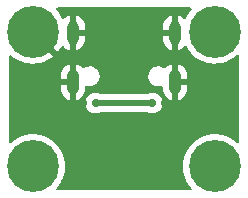
<source format=gbl>
%TF.GenerationSoftware,KiCad,Pcbnew,(6.0.5)*%
%TF.CreationDate,2022-07-11T10:01:00-06:00*%
%TF.ProjectId,usbc-daughter-board,75736263-2d64-4617-9567-687465722d62,1.0*%
%TF.SameCoordinates,Original*%
%TF.FileFunction,Copper,L2,Bot*%
%TF.FilePolarity,Positive*%
%FSLAX46Y46*%
G04 Gerber Fmt 4.6, Leading zero omitted, Abs format (unit mm)*
G04 Created by KiCad (PCBNEW (6.0.5)) date 2022-07-11 10:01:00*
%MOMM*%
%LPD*%
G01*
G04 APERTURE LIST*
%TA.AperFunction,ComponentPad*%
%ADD10C,4.400000*%
%TD*%
%TA.AperFunction,ComponentPad*%
%ADD11O,1.050000X2.100000*%
%TD*%
%TA.AperFunction,ComponentPad*%
%ADD12O,1.000000X2.000000*%
%TD*%
%TA.AperFunction,ViaPad*%
%ADD13C,0.700000*%
%TD*%
%TA.AperFunction,Conductor*%
%ADD14C,0.500000*%
%TD*%
G04 APERTURE END LIST*
D10*
%TO.P,H3,1,1*%
%TO.N,unconnected-(H3-Pad1)*%
X16600000Y-27850000D03*
%TD*%
%TO.P,H1,1,1*%
%TO.N,GNDPWR*%
X16600000Y-16450000D03*
%TD*%
%TO.P,H4,1,1*%
%TO.N,unconnected-(H4-Pad1)*%
X32000000Y-27850000D03*
%TD*%
%TO.P,H2,1,1*%
%TO.N,unconnected-(H2-Pad1)*%
X32000000Y-16450000D03*
%TD*%
D11*
%TO.P,J1,S1,SHELL_GND*%
%TO.N,GNDPWR*%
X28620000Y-20730000D03*
D12*
%TO.P,J1,S2,SHELL_GND*%
X28620000Y-16550000D03*
%TO.P,J1,S3,SHELL_GND*%
X19980000Y-16550000D03*
D11*
%TO.P,J1,S4,SHELL_GND*%
X19980000Y-20730000D03*
%TD*%
D13*
%TO.N,GNDPWR*%
X20800000Y-22500000D03*
X27800000Y-22500000D03*
%TO.N,/CON_VBUS*%
X21900000Y-22500000D03*
X26700000Y-22500000D03*
%TD*%
D14*
%TO.N,/CON_VBUS*%
X26700000Y-22500000D02*
X21900000Y-22500000D01*
%TD*%
%TA.AperFunction,Conductor*%
%TO.N,GNDPWR*%
G36*
X29973455Y-14428502D02*
G01*
X30019948Y-14482158D01*
X30030052Y-14552432D01*
X30000558Y-14617012D01*
X29993738Y-14624281D01*
X29983513Y-14634347D01*
X29779991Y-14889751D01*
X29608626Y-15167757D01*
X29607037Y-15171204D01*
X29545687Y-15304282D01*
X29499003Y-15357772D01*
X29430811Y-15377530D01*
X29362762Y-15357285D01*
X29341854Y-15340314D01*
X29333958Y-15332362D01*
X29191144Y-15214216D01*
X29180973Y-15207356D01*
X29017924Y-15119196D01*
X29006619Y-15114444D01*
X28891308Y-15078750D01*
X28877205Y-15078544D01*
X28874000Y-15085299D01*
X28874000Y-18007924D01*
X28877973Y-18021455D01*
X28885768Y-18022575D01*
X28993521Y-17990862D01*
X29004889Y-17986269D01*
X29169154Y-17900393D01*
X29179415Y-17893679D01*
X29323873Y-17777532D01*
X29332632Y-17768954D01*
X29394836Y-17694823D01*
X29453946Y-17655496D01*
X29524934Y-17654370D01*
X29585261Y-17691801D01*
X29599979Y-17711959D01*
X29747802Y-17963414D01*
X29750103Y-17966429D01*
X29943631Y-18220012D01*
X29943636Y-18220017D01*
X29945931Y-18223025D01*
X30007931Y-18286670D01*
X30168852Y-18451859D01*
X30173814Y-18456953D01*
X30273811Y-18537496D01*
X30425196Y-18659431D01*
X30425201Y-18659435D01*
X30428149Y-18661809D01*
X30705253Y-18834627D01*
X31001112Y-18972903D01*
X31311440Y-19074634D01*
X31631742Y-19138346D01*
X31635514Y-19138633D01*
X31635522Y-19138634D01*
X31953602Y-19162829D01*
X31953607Y-19162829D01*
X31957379Y-19163116D01*
X32283633Y-19148586D01*
X32343425Y-19138634D01*
X32602037Y-19095590D01*
X32602042Y-19095589D01*
X32605778Y-19094967D01*
X32919149Y-19003034D01*
X32922616Y-19001544D01*
X32922620Y-19001543D01*
X33215721Y-18875616D01*
X33215723Y-18875615D01*
X33219205Y-18874119D01*
X33501601Y-18710091D01*
X33730226Y-18537496D01*
X33759221Y-18515607D01*
X33759222Y-18515606D01*
X33762245Y-18513324D01*
X33810749Y-18466566D01*
X33828454Y-18449499D01*
X33891379Y-18416622D01*
X33962090Y-18422984D01*
X34018136Y-18466566D01*
X34041901Y-18540217D01*
X34041740Y-22252517D01*
X34041589Y-25756479D01*
X34021584Y-25824599D01*
X33967926Y-25871090D01*
X33897652Y-25881191D01*
X33833072Y-25851695D01*
X33826261Y-25845336D01*
X33807742Y-25826720D01*
X33805070Y-25824034D01*
X33548603Y-25621852D01*
X33269705Y-25451945D01*
X33266261Y-25450379D01*
X33266257Y-25450377D01*
X33155667Y-25400095D01*
X32972414Y-25316775D01*
X32661037Y-25218300D01*
X32443492Y-25177390D01*
X32343809Y-25158645D01*
X32343807Y-25158645D01*
X32340086Y-25157945D01*
X32014208Y-25136586D01*
X32010428Y-25136794D01*
X32010427Y-25136794D01*
X31912897Y-25142162D01*
X31688124Y-25154532D01*
X31684397Y-25155193D01*
X31684393Y-25155193D01*
X31527340Y-25183027D01*
X31366557Y-25211522D01*
X31362941Y-25212624D01*
X31362933Y-25212626D01*
X31057789Y-25305627D01*
X31054167Y-25306731D01*
X30755477Y-25438781D01*
X30730041Y-25453914D01*
X30478074Y-25603817D01*
X30478068Y-25603821D01*
X30474814Y-25605757D01*
X30216244Y-25805243D01*
X29983513Y-26034347D01*
X29981149Y-26037314D01*
X29981146Y-26037317D01*
X29964220Y-26058558D01*
X29779991Y-26289751D01*
X29608626Y-26567757D01*
X29471902Y-26864336D01*
X29470741Y-26867940D01*
X29470741Y-26867941D01*
X29462196Y-26894477D01*
X29371797Y-27175192D01*
X29371079Y-27178903D01*
X29371078Y-27178907D01*
X29310482Y-27492105D01*
X29310481Y-27492114D01*
X29309763Y-27495824D01*
X29309496Y-27499600D01*
X29309495Y-27499605D01*
X29286966Y-27817796D01*
X29286698Y-27821585D01*
X29302936Y-28147759D01*
X29303577Y-28151490D01*
X29303578Y-28151498D01*
X29318109Y-28236060D01*
X29358241Y-28469619D01*
X29359329Y-28473258D01*
X29359330Y-28473261D01*
X29363371Y-28486771D01*
X29451814Y-28782504D01*
X29582297Y-29081881D01*
X29584220Y-29085152D01*
X29584222Y-29085156D01*
X29626584Y-29157215D01*
X29747802Y-29363414D01*
X29750103Y-29366429D01*
X29943631Y-29620012D01*
X29943636Y-29620017D01*
X29945931Y-29623025D01*
X29948569Y-29625733D01*
X29948582Y-29625748D01*
X29999074Y-29677579D01*
X30032281Y-29740331D01*
X30026289Y-29811074D01*
X29983002Y-29867348D01*
X29916163Y-29891286D01*
X29908820Y-29891500D01*
X18695661Y-29891500D01*
X18627540Y-29871498D01*
X18581047Y-29817842D01*
X18570943Y-29747568D01*
X18597949Y-29685950D01*
X18801155Y-29436351D01*
X18801158Y-29436347D01*
X18803549Y-29433410D01*
X18977815Y-29157215D01*
X19006954Y-29095711D01*
X19116009Y-28865522D01*
X19117638Y-28862084D01*
X19118840Y-28858482D01*
X19219790Y-28555897D01*
X19219792Y-28555891D01*
X19220992Y-28552293D01*
X19286381Y-28232329D01*
X19291440Y-28170139D01*
X19312674Y-27909061D01*
X19312856Y-27906826D01*
X19313451Y-27850000D01*
X19311510Y-27817796D01*
X19294026Y-27527793D01*
X19294026Y-27527789D01*
X19293798Y-27524015D01*
X19288650Y-27495824D01*
X19235805Y-27206473D01*
X19235804Y-27206469D01*
X19235125Y-27202751D01*
X19227722Y-27178907D01*
X19139404Y-26894477D01*
X19138282Y-26890863D01*
X19004670Y-26592869D01*
X18836226Y-26313084D01*
X18833899Y-26310100D01*
X18833894Y-26310093D01*
X18637726Y-26058558D01*
X18637724Y-26058556D01*
X18635390Y-26055563D01*
X18405070Y-25824034D01*
X18148603Y-25621852D01*
X17869705Y-25451945D01*
X17866261Y-25450379D01*
X17866257Y-25450377D01*
X17755667Y-25400095D01*
X17572414Y-25316775D01*
X17261037Y-25218300D01*
X17043492Y-25177390D01*
X16943809Y-25158645D01*
X16943807Y-25158645D01*
X16940086Y-25157945D01*
X16614208Y-25136586D01*
X16610428Y-25136794D01*
X16610427Y-25136794D01*
X16512897Y-25142162D01*
X16288124Y-25154532D01*
X16284397Y-25155193D01*
X16284393Y-25155193D01*
X16127340Y-25183027D01*
X15966557Y-25211522D01*
X15962941Y-25212624D01*
X15962933Y-25212626D01*
X15657789Y-25305627D01*
X15654167Y-25306731D01*
X15355477Y-25438781D01*
X15330041Y-25453914D01*
X15078074Y-25603817D01*
X15078068Y-25603821D01*
X15074814Y-25605757D01*
X14816244Y-25805243D01*
X14772892Y-25847920D01*
X14710315Y-25881453D01*
X14639541Y-25875832D01*
X14583042Y-25832840D01*
X14558754Y-25766127D01*
X14558500Y-25758126D01*
X14558500Y-22500000D01*
X21036771Y-22500000D01*
X21055635Y-22679475D01*
X21111401Y-22851107D01*
X21201633Y-23007393D01*
X21322387Y-23141504D01*
X21468385Y-23247578D01*
X21474413Y-23250262D01*
X21474415Y-23250263D01*
X21492916Y-23258500D01*
X21633248Y-23320980D01*
X21721508Y-23339740D01*
X21803311Y-23357128D01*
X21803315Y-23357128D01*
X21809768Y-23358500D01*
X21990232Y-23358500D01*
X21996685Y-23357128D01*
X21996689Y-23357128D01*
X22078492Y-23339740D01*
X22166752Y-23320980D01*
X22282618Y-23269393D01*
X22333867Y-23258500D01*
X26266133Y-23258500D01*
X26317382Y-23269393D01*
X26433248Y-23320980D01*
X26521508Y-23339740D01*
X26603311Y-23357128D01*
X26603315Y-23357128D01*
X26609768Y-23358500D01*
X26790232Y-23358500D01*
X26796685Y-23357128D01*
X26796689Y-23357128D01*
X26878492Y-23339740D01*
X26966752Y-23320980D01*
X27107084Y-23258500D01*
X27125585Y-23250263D01*
X27125587Y-23250262D01*
X27131615Y-23247578D01*
X27277613Y-23141504D01*
X27398367Y-23007393D01*
X27488599Y-22851107D01*
X27544365Y-22679475D01*
X27563229Y-22500000D01*
X27544365Y-22320525D01*
X27488599Y-22148893D01*
X27398367Y-21992607D01*
X27277613Y-21858496D01*
X27131615Y-21752422D01*
X27125587Y-21749738D01*
X27125585Y-21749737D01*
X26972783Y-21681705D01*
X26972781Y-21681705D01*
X26966752Y-21679020D01*
X26868038Y-21658038D01*
X26796689Y-21642872D01*
X26796685Y-21642872D01*
X26790232Y-21641500D01*
X26609768Y-21641500D01*
X26603315Y-21642872D01*
X26603311Y-21642872D01*
X26531962Y-21658038D01*
X26433248Y-21679020D01*
X26427219Y-21681704D01*
X26427217Y-21681705D01*
X26317383Y-21730607D01*
X26266134Y-21741500D01*
X22333867Y-21741500D01*
X22282618Y-21730607D01*
X22172783Y-21681705D01*
X22172781Y-21681705D01*
X22166752Y-21679020D01*
X22068038Y-21658038D01*
X21996689Y-21642872D01*
X21996685Y-21642872D01*
X21990232Y-21641500D01*
X21809768Y-21641500D01*
X21803315Y-21642872D01*
X21803311Y-21642872D01*
X21731962Y-21658038D01*
X21633248Y-21679020D01*
X21627219Y-21681704D01*
X21627217Y-21681705D01*
X21474416Y-21749737D01*
X21474414Y-21749738D01*
X21468386Y-21752422D01*
X21463045Y-21756302D01*
X21463044Y-21756303D01*
X21327731Y-21854613D01*
X21327729Y-21854615D01*
X21322387Y-21858496D01*
X21201633Y-21992607D01*
X21111401Y-22148893D01*
X21055635Y-22320525D01*
X21036771Y-22500000D01*
X14558500Y-22500000D01*
X14558500Y-21302890D01*
X18947000Y-21302890D01*
X18947300Y-21309035D01*
X18961170Y-21450481D01*
X18963553Y-21462519D01*
X19018542Y-21644651D01*
X19023217Y-21655993D01*
X19112535Y-21823977D01*
X19119322Y-21834193D01*
X19239572Y-21981634D01*
X19248216Y-21990338D01*
X19394809Y-22111610D01*
X19404980Y-22118470D01*
X19572342Y-22208962D01*
X19583647Y-22213714D01*
X19708692Y-22252422D01*
X19722795Y-22252628D01*
X19726000Y-22245873D01*
X19726000Y-22238986D01*
X20234000Y-22238986D01*
X20237973Y-22252517D01*
X20245768Y-22253637D01*
X20362932Y-22219154D01*
X20374300Y-22214561D01*
X20542911Y-22126414D01*
X20553173Y-22119698D01*
X20701443Y-22000485D01*
X20710213Y-21991897D01*
X20832499Y-21846162D01*
X20839437Y-21836031D01*
X20931094Y-21669308D01*
X20935924Y-21658038D01*
X20993452Y-21476685D01*
X20996002Y-21464691D01*
X21012607Y-21316650D01*
X21013000Y-21309626D01*
X21013000Y-21152614D01*
X21033002Y-21084493D01*
X21086658Y-21038000D01*
X21156932Y-21027896D01*
X21166486Y-21029649D01*
X21311494Y-21062062D01*
X21311501Y-21062063D01*
X21316543Y-21063190D01*
X21322088Y-21063500D01*
X21455244Y-21063500D01*
X21590037Y-21048857D01*
X21728927Y-21002115D01*
X21755204Y-20993272D01*
X21755206Y-20993271D01*
X21761675Y-20991094D01*
X21916905Y-20897823D01*
X21921862Y-20893135D01*
X21921865Y-20893133D01*
X22043527Y-20778082D01*
X22043529Y-20778080D01*
X22048485Y-20773393D01*
X22052317Y-20767755D01*
X22052320Y-20767751D01*
X22146442Y-20629255D01*
X22150277Y-20623612D01*
X22217530Y-20455466D01*
X22218644Y-20448738D01*
X22218645Y-20448734D01*
X22245993Y-20283539D01*
X22245993Y-20283536D01*
X22247108Y-20276802D01*
X22242203Y-20183198D01*
X26352892Y-20183198D01*
X26353249Y-20190015D01*
X26353249Y-20190019D01*
X26358151Y-20283539D01*
X26362370Y-20364047D01*
X26364181Y-20370620D01*
X26364181Y-20370623D01*
X26393207Y-20476000D01*
X26410461Y-20538641D01*
X26494922Y-20698836D01*
X26499327Y-20704049D01*
X26499330Y-20704053D01*
X26607406Y-20831943D01*
X26607410Y-20831947D01*
X26611813Y-20837157D01*
X26617237Y-20841304D01*
X26617238Y-20841305D01*
X26750257Y-20943006D01*
X26750261Y-20943009D01*
X26755678Y-20947150D01*
X26838287Y-20985671D01*
X26913631Y-21020805D01*
X26913634Y-21020806D01*
X26919808Y-21023685D01*
X26926456Y-21025171D01*
X26926459Y-21025172D01*
X27032421Y-21048857D01*
X27096543Y-21063190D01*
X27102088Y-21063500D01*
X27235244Y-21063500D01*
X27370037Y-21048857D01*
X27376502Y-21046681D01*
X27376508Y-21046680D01*
X27420812Y-21031770D01*
X27491754Y-21029000D01*
X27552933Y-21065024D01*
X27584923Y-21128405D01*
X27587000Y-21151189D01*
X27587000Y-21302890D01*
X27587300Y-21309035D01*
X27601170Y-21450481D01*
X27603553Y-21462519D01*
X27658542Y-21644651D01*
X27663217Y-21655993D01*
X27752535Y-21823977D01*
X27759322Y-21834193D01*
X27879572Y-21981634D01*
X27888216Y-21990338D01*
X28034809Y-22111610D01*
X28044980Y-22118470D01*
X28212342Y-22208962D01*
X28223647Y-22213714D01*
X28348692Y-22252422D01*
X28362795Y-22252628D01*
X28366000Y-22245873D01*
X28366000Y-22238986D01*
X28874000Y-22238986D01*
X28877973Y-22252517D01*
X28885768Y-22253637D01*
X29002932Y-22219154D01*
X29014300Y-22214561D01*
X29182911Y-22126414D01*
X29193173Y-22119698D01*
X29341443Y-22000485D01*
X29350213Y-21991897D01*
X29472499Y-21846162D01*
X29479437Y-21836031D01*
X29571094Y-21669308D01*
X29575924Y-21658038D01*
X29633452Y-21476685D01*
X29636002Y-21464691D01*
X29652607Y-21316650D01*
X29653000Y-21309626D01*
X29653000Y-21002115D01*
X29648525Y-20986876D01*
X29647135Y-20985671D01*
X29639452Y-20984000D01*
X28892115Y-20984000D01*
X28876876Y-20988475D01*
X28875671Y-20989865D01*
X28874000Y-20997548D01*
X28874000Y-22238986D01*
X28366000Y-22238986D01*
X28366000Y-20457885D01*
X28874000Y-20457885D01*
X28878475Y-20473124D01*
X28879865Y-20474329D01*
X28887548Y-20476000D01*
X29634885Y-20476000D01*
X29650124Y-20471525D01*
X29651329Y-20470135D01*
X29653000Y-20462452D01*
X29653000Y-20157110D01*
X29652700Y-20150965D01*
X29638830Y-20009519D01*
X29636447Y-19997481D01*
X29581458Y-19815349D01*
X29576783Y-19804007D01*
X29487465Y-19636023D01*
X29480678Y-19625807D01*
X29360428Y-19478366D01*
X29351784Y-19469662D01*
X29205191Y-19348390D01*
X29195020Y-19341530D01*
X29027658Y-19251038D01*
X29016353Y-19246286D01*
X28891308Y-19207578D01*
X28877205Y-19207372D01*
X28874000Y-19214127D01*
X28874000Y-20457885D01*
X28366000Y-20457885D01*
X28366000Y-19221014D01*
X28362027Y-19207483D01*
X28354232Y-19206363D01*
X28237068Y-19240846D01*
X28225700Y-19245439D01*
X28057089Y-19333586D01*
X28046827Y-19340302D01*
X27898557Y-19459515D01*
X27889791Y-19468099D01*
X27840562Y-19526767D01*
X27781452Y-19566093D01*
X27710464Y-19567219D01*
X27667515Y-19545873D01*
X27624322Y-19512850D01*
X27509945Y-19459515D01*
X27466369Y-19439195D01*
X27466366Y-19439194D01*
X27460192Y-19436315D01*
X27453544Y-19434829D01*
X27453541Y-19434828D01*
X27288494Y-19397936D01*
X27288495Y-19397936D01*
X27283457Y-19396810D01*
X27277912Y-19396500D01*
X27144756Y-19396500D01*
X27009963Y-19411143D01*
X26926609Y-19439195D01*
X26844796Y-19466728D01*
X26844794Y-19466729D01*
X26838325Y-19468906D01*
X26683095Y-19562177D01*
X26678138Y-19566865D01*
X26678135Y-19566867D01*
X26556473Y-19681918D01*
X26551515Y-19686607D01*
X26547683Y-19692245D01*
X26547680Y-19692249D01*
X26496740Y-19767205D01*
X26449723Y-19836388D01*
X26382470Y-20004534D01*
X26381356Y-20011262D01*
X26381355Y-20011266D01*
X26359489Y-20143350D01*
X26352892Y-20183198D01*
X22242203Y-20183198D01*
X22237987Y-20102766D01*
X22237630Y-20095953D01*
X22214304Y-20011266D01*
X22191352Y-19927941D01*
X22189539Y-19921359D01*
X22105078Y-19761164D01*
X22100673Y-19755951D01*
X22100670Y-19755947D01*
X21992594Y-19628057D01*
X21992590Y-19628053D01*
X21988187Y-19622843D01*
X21976409Y-19613838D01*
X21849743Y-19516994D01*
X21849739Y-19516991D01*
X21844322Y-19512850D01*
X21729945Y-19459515D01*
X21686369Y-19439195D01*
X21686366Y-19439194D01*
X21680192Y-19436315D01*
X21673544Y-19434829D01*
X21673541Y-19434828D01*
X21508494Y-19397936D01*
X21508495Y-19397936D01*
X21503457Y-19396810D01*
X21497912Y-19396500D01*
X21364756Y-19396500D01*
X21229963Y-19411143D01*
X21146609Y-19439195D01*
X21064796Y-19466728D01*
X21064794Y-19466729D01*
X21058325Y-19468906D01*
X20919929Y-19552062D01*
X20851240Y-19570001D01*
X20783753Y-19547955D01*
X20757395Y-19523693D01*
X20720427Y-19478365D01*
X20711788Y-19469666D01*
X20565191Y-19348390D01*
X20555020Y-19341530D01*
X20387658Y-19251038D01*
X20376353Y-19246286D01*
X20251308Y-19207578D01*
X20237205Y-19207372D01*
X20234000Y-19214127D01*
X20234000Y-22238986D01*
X19726000Y-22238986D01*
X19726000Y-21002115D01*
X19721525Y-20986876D01*
X19720135Y-20985671D01*
X19712452Y-20984000D01*
X18965115Y-20984000D01*
X18949876Y-20988475D01*
X18948671Y-20989865D01*
X18947000Y-20997548D01*
X18947000Y-21302890D01*
X14558500Y-21302890D01*
X14558500Y-20457885D01*
X18947000Y-20457885D01*
X18951475Y-20473124D01*
X18952865Y-20474329D01*
X18960548Y-20476000D01*
X19707885Y-20476000D01*
X19723124Y-20471525D01*
X19724329Y-20470135D01*
X19726000Y-20462452D01*
X19726000Y-19221014D01*
X19722027Y-19207483D01*
X19714232Y-19206363D01*
X19597068Y-19240846D01*
X19585700Y-19245439D01*
X19417089Y-19333586D01*
X19406827Y-19340302D01*
X19258557Y-19459515D01*
X19249787Y-19468103D01*
X19127501Y-19613838D01*
X19120563Y-19623969D01*
X19028906Y-19790692D01*
X19024076Y-19801962D01*
X18966548Y-19983315D01*
X18963998Y-19995309D01*
X18947393Y-20143350D01*
X18947000Y-20150374D01*
X18947000Y-20457885D01*
X14558500Y-20457885D01*
X14558500Y-18545053D01*
X14578502Y-18476932D01*
X14632158Y-18430439D01*
X14702432Y-18420335D01*
X14769299Y-18451859D01*
X14777100Y-18458957D01*
X15025486Y-18659023D01*
X15031659Y-18663409D01*
X15302271Y-18832178D01*
X15308931Y-18835794D01*
X15597852Y-18970827D01*
X15604905Y-18973620D01*
X15907970Y-19072970D01*
X15915282Y-19074888D01*
X16228092Y-19137109D01*
X16235590Y-19138137D01*
X16553610Y-19162328D01*
X16561173Y-19162446D01*
X16879785Y-19148257D01*
X16887326Y-19147465D01*
X17201924Y-19095101D01*
X17209302Y-19093411D01*
X17515355Y-19003625D01*
X17522450Y-19001071D01*
X17815496Y-18875169D01*
X17822263Y-18871765D01*
X18098042Y-18711580D01*
X18104349Y-18707390D01*
X18314305Y-18548889D01*
X18322761Y-18537496D01*
X18316045Y-18525256D01*
X16329885Y-16539095D01*
X16295859Y-16476783D01*
X16300924Y-16405967D01*
X16329885Y-16360905D01*
X16510905Y-16179885D01*
X16573217Y-16145859D01*
X16644032Y-16150924D01*
X16689095Y-16179885D01*
X18673285Y-18164074D01*
X18686408Y-18171240D01*
X18696709Y-18163851D01*
X18800751Y-18036055D01*
X18805164Y-18029914D01*
X18975349Y-17760187D01*
X18978997Y-17753550D01*
X18994263Y-17721327D01*
X19041505Y-17668329D01*
X19109899Y-17649285D01*
X19177733Y-17670241D01*
X19205774Y-17695637D01*
X19257397Y-17758932D01*
X19266041Y-17767637D01*
X19408856Y-17885784D01*
X19419027Y-17892644D01*
X19582076Y-17980804D01*
X19593381Y-17985556D01*
X19708692Y-18021250D01*
X19722795Y-18021456D01*
X19726000Y-18014701D01*
X19726000Y-18007924D01*
X20234000Y-18007924D01*
X20237973Y-18021455D01*
X20245768Y-18022575D01*
X20353521Y-17990862D01*
X20364889Y-17986269D01*
X20529154Y-17900393D01*
X20539415Y-17893679D01*
X20683873Y-17777532D01*
X20692632Y-17768954D01*
X20811778Y-17626961D01*
X20818708Y-17616841D01*
X20908002Y-17454415D01*
X20912834Y-17443142D01*
X20968880Y-17266462D01*
X20971430Y-17254468D01*
X20987607Y-17110239D01*
X20988000Y-17103215D01*
X20988000Y-17096657D01*
X27612000Y-17096657D01*
X27612301Y-17102805D01*
X27625812Y-17240603D01*
X27628195Y-17252638D01*
X27681767Y-17430076D01*
X27686441Y-17441416D01*
X27773460Y-17605077D01*
X27780249Y-17615294D01*
X27897397Y-17758933D01*
X27906041Y-17767637D01*
X28048856Y-17885784D01*
X28059027Y-17892644D01*
X28222076Y-17980804D01*
X28233381Y-17985556D01*
X28348692Y-18021250D01*
X28362795Y-18021456D01*
X28366000Y-18014701D01*
X28366000Y-16822115D01*
X28361525Y-16806876D01*
X28360135Y-16805671D01*
X28352452Y-16804000D01*
X27630115Y-16804000D01*
X27614876Y-16808475D01*
X27613671Y-16809865D01*
X27612000Y-16817548D01*
X27612000Y-17096657D01*
X20988000Y-17096657D01*
X20988000Y-16822115D01*
X20983525Y-16806876D01*
X20982135Y-16805671D01*
X20974452Y-16804000D01*
X20252115Y-16804000D01*
X20236876Y-16808475D01*
X20235671Y-16809865D01*
X20234000Y-16817548D01*
X20234000Y-18007924D01*
X19726000Y-18007924D01*
X19726000Y-16277885D01*
X20234000Y-16277885D01*
X20238475Y-16293124D01*
X20239865Y-16294329D01*
X20247548Y-16296000D01*
X20969885Y-16296000D01*
X20985124Y-16291525D01*
X20986329Y-16290135D01*
X20988000Y-16282452D01*
X20988000Y-16277885D01*
X27612000Y-16277885D01*
X27616475Y-16293124D01*
X27617865Y-16294329D01*
X27625548Y-16296000D01*
X28347885Y-16296000D01*
X28363124Y-16291525D01*
X28364329Y-16290135D01*
X28366000Y-16282452D01*
X28366000Y-15092076D01*
X28362027Y-15078545D01*
X28354232Y-15077425D01*
X28246479Y-15109138D01*
X28235111Y-15113731D01*
X28070846Y-15199607D01*
X28060585Y-15206321D01*
X27916127Y-15322468D01*
X27907368Y-15331046D01*
X27788222Y-15473039D01*
X27781292Y-15483159D01*
X27691998Y-15645585D01*
X27687166Y-15656858D01*
X27631120Y-15833538D01*
X27628570Y-15845532D01*
X27612393Y-15989761D01*
X27612000Y-15996785D01*
X27612000Y-16277885D01*
X20988000Y-16277885D01*
X20988000Y-16003343D01*
X20987699Y-15997195D01*
X20974188Y-15859397D01*
X20971805Y-15847362D01*
X20918233Y-15669924D01*
X20913559Y-15658584D01*
X20826540Y-15494923D01*
X20819751Y-15484706D01*
X20702603Y-15341067D01*
X20693959Y-15332363D01*
X20551144Y-15214216D01*
X20540973Y-15207356D01*
X20377924Y-15119196D01*
X20366619Y-15114444D01*
X20251308Y-15078750D01*
X20237205Y-15078544D01*
X20234000Y-15085299D01*
X20234000Y-16277885D01*
X19726000Y-16277885D01*
X19726000Y-15092076D01*
X19722027Y-15078545D01*
X19714232Y-15077425D01*
X19606479Y-15109138D01*
X19595111Y-15113731D01*
X19430846Y-15199607D01*
X19420585Y-15206321D01*
X19276127Y-15322468D01*
X19267369Y-15331044D01*
X19265415Y-15333373D01*
X19264093Y-15334253D01*
X19262963Y-15335359D01*
X19262753Y-15335144D01*
X19206305Y-15372700D01*
X19135318Y-15373827D01*
X19074990Y-15336397D01*
X19053920Y-15303933D01*
X19005781Y-15196570D01*
X19002264Y-15189843D01*
X18837771Y-14916621D01*
X18833481Y-14910377D01*
X18637350Y-14658889D01*
X18632341Y-14653208D01*
X18602651Y-14623362D01*
X18568790Y-14560961D01*
X18574040Y-14490158D01*
X18616736Y-14433434D01*
X18683321Y-14408798D01*
X18691980Y-14408500D01*
X29905334Y-14408500D01*
X29973455Y-14428502D01*
G37*
%TD.AperFunction*%
%TD*%
M02*

</source>
